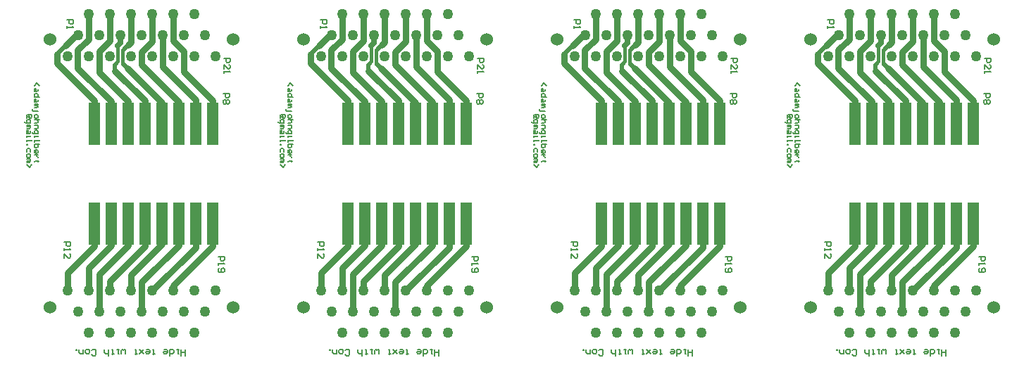
<source format=gtl>
%FSLAX24Y24*%
%MOIN*%
G70*
G01*
G75*
G04 Layer_Physical_Order=1*
G04 Layer_Color=255*
%ADD10R,0.0550X0.2000*%
%ADD11C,0.0300*%
%ADD12C,0.0050*%
%ADD13C,0.0200*%
%ADD14C,0.0150*%
%ADD15C,0.0250*%
%ADD16C,0.0600*%
%ADD17C,0.0500*%
D10*
X59260Y27840D02*
D03*
X60060D02*
D03*
X60860D02*
D03*
X61660D02*
D03*
X62460D02*
D03*
X63260D02*
D03*
X64060D02*
D03*
X64860D02*
D03*
X47260D02*
D03*
X48060D02*
D03*
X48860D02*
D03*
X49660D02*
D03*
X50460D02*
D03*
X51260D02*
D03*
X52060D02*
D03*
X52860D02*
D03*
X35260D02*
D03*
X36060D02*
D03*
X36860D02*
D03*
X37660D02*
D03*
X38460D02*
D03*
X39260D02*
D03*
X40060D02*
D03*
X40860D02*
D03*
X23260D02*
D03*
X24060D02*
D03*
X24860D02*
D03*
X25660D02*
D03*
X26460D02*
D03*
X27260D02*
D03*
X28060D02*
D03*
X28860D02*
D03*
X26460Y32580D02*
D03*
X27260D02*
D03*
X28060D02*
D03*
X28860D02*
D03*
X25660D02*
D03*
X24860D02*
D03*
X24060D02*
D03*
X23260D02*
D03*
X38460D02*
D03*
X39260D02*
D03*
X40060D02*
D03*
X40860D02*
D03*
X37660D02*
D03*
X36860D02*
D03*
X36060D02*
D03*
X35260D02*
D03*
X50460D02*
D03*
X51260D02*
D03*
X52060D02*
D03*
X52860D02*
D03*
X49660D02*
D03*
X48860D02*
D03*
X48060D02*
D03*
X47260D02*
D03*
X62460D02*
D03*
X63260D02*
D03*
X64060D02*
D03*
X64860D02*
D03*
X61660D02*
D03*
X60860D02*
D03*
X60060D02*
D03*
X59260D02*
D03*
D11*
Y26760D02*
Y27670D01*
X58000Y25500D02*
X59260Y26760D01*
X58000Y24650D02*
Y25500D01*
X61500Y23650D02*
Y25050D01*
X63260Y26810D02*
Y27670D01*
X61500Y25050D02*
X63260Y26810D01*
X59000Y24650D02*
Y25730D01*
X60060Y26790D01*
Y27670D01*
X59500Y23650D02*
Y25430D01*
X60860Y26790D01*
Y27670D01*
X60000Y24650D02*
Y25100D01*
X61660Y26760D01*
Y27670D01*
X61000Y25400D02*
X62460Y26860D01*
Y27670D01*
X64060Y26710D02*
Y27670D01*
X62000Y24650D02*
X64060Y26710D01*
X63000Y24650D02*
Y24900D01*
X64860Y26760D01*
Y27670D01*
X61000Y24650D02*
Y25400D01*
X47260Y26760D02*
Y27670D01*
X46000Y25500D02*
X47260Y26760D01*
X46000Y24650D02*
Y25500D01*
X49500Y23650D02*
Y25050D01*
X51260Y26810D02*
Y27670D01*
X49500Y25050D02*
X51260Y26810D01*
X47000Y24650D02*
Y25730D01*
X48060Y26790D01*
Y27670D01*
X47500Y23650D02*
Y25430D01*
X48860Y26790D01*
Y27670D01*
X48000Y24650D02*
Y25100D01*
X49660Y26760D01*
Y27670D01*
X49000Y25400D02*
X50460Y26860D01*
Y27670D01*
X52060Y26710D02*
Y27670D01*
X50000Y24650D02*
X52060Y26710D01*
X51000Y24650D02*
Y24900D01*
X52860Y26760D01*
Y27670D01*
X49000Y24650D02*
Y25400D01*
X35260Y26760D02*
Y27670D01*
X34000Y25500D02*
X35260Y26760D01*
X34000Y24650D02*
Y25500D01*
X37500Y23650D02*
Y25050D01*
X39260Y26810D02*
Y27670D01*
X37500Y25050D02*
X39260Y26810D01*
X35000Y24650D02*
Y25730D01*
X36060Y26790D01*
Y27670D01*
X35500Y23650D02*
Y25430D01*
X36860Y26790D01*
Y27670D01*
X36000Y24650D02*
Y25100D01*
X37660Y26760D01*
Y27670D01*
X37000Y25400D02*
X38460Y26860D01*
Y27670D01*
X40060Y26710D02*
Y27670D01*
X38000Y24650D02*
X40060Y26710D01*
X39000Y24650D02*
Y24900D01*
X40860Y26760D01*
Y27670D01*
X37000Y24650D02*
Y25400D01*
X23260Y26760D02*
Y27670D01*
X22000Y25500D02*
X23260Y26760D01*
X22000Y24650D02*
Y25500D01*
X25500Y23650D02*
Y25050D01*
X27260Y26810D02*
Y27670D01*
X25500Y25050D02*
X27260Y26810D01*
X23000Y24650D02*
Y25730D01*
X24060Y26790D01*
Y27670D01*
X23500Y23650D02*
Y25430D01*
X24860Y26790D01*
Y27670D01*
X24000Y24650D02*
Y25100D01*
X25660Y26760D01*
Y27670D01*
X25000Y25400D02*
X26460Y26860D01*
Y27670D01*
X28060Y26710D02*
Y27670D01*
X26000Y24650D02*
X28060Y26710D01*
X27000Y24650D02*
Y24900D01*
X28860Y26760D01*
Y27670D01*
X25000Y24650D02*
Y25400D01*
X21500Y35420D02*
X23260Y33660D01*
X21500Y35870D02*
Y35420D01*
X22490Y36070D02*
Y35200D01*
X23000Y36580D02*
X22490Y36070D01*
X23000Y37770D02*
Y36580D01*
X22400Y36770D02*
X21911Y36281D01*
X24000Y36510D02*
X23500Y36010D01*
X26000Y36480D02*
X25500Y35980D01*
X27000Y36500D02*
X27500Y36000D01*
X27000Y37770D02*
Y36500D01*
X23260Y32760D02*
X23270Y32750D01*
X23260Y33660D02*
Y32760D01*
X26000Y37770D02*
Y36480D01*
X24000Y37770D02*
Y36510D01*
X25660Y32760D02*
X25670Y32750D01*
X28860Y32760D02*
X28870Y32750D01*
X25000Y37770D02*
Y36430D01*
X24880Y36310D01*
X22490Y35200D02*
X24060Y33630D01*
Y32760D01*
X24870Y33620D02*
Y32750D01*
X27500Y36000D02*
Y35020D01*
X28860Y33660D01*
Y32760D01*
X26500Y36770D02*
Y35270D01*
X28070Y33700D01*
Y32750D01*
X25660Y33660D02*
Y32760D01*
X26470Y33550D02*
Y32750D01*
X27270Y33600D02*
Y32750D01*
X23500Y36010D02*
Y34990D01*
X24870Y33620D01*
X25500Y35980D02*
Y35370D01*
X27270Y33600D01*
X24830Y35190D02*
X26470Y33550D01*
X24240Y35080D02*
X25660Y33660D01*
X33500Y35420D02*
X35260Y33660D01*
X33500Y35870D02*
Y35420D01*
X34490Y36070D02*
Y35200D01*
X35000Y36580D02*
X34490Y36070D01*
X35000Y37770D02*
Y36580D01*
X34400Y36770D02*
X33911Y36281D01*
X36000Y36510D02*
X35500Y36010D01*
X38000Y36480D02*
X37500Y35980D01*
X39000Y36500D02*
X39500Y36000D01*
X39000Y37770D02*
Y36500D01*
X35260Y32760D02*
X35270Y32750D01*
X35260Y33660D02*
Y32760D01*
X38000Y37770D02*
Y36480D01*
X36000Y37770D02*
Y36510D01*
X37660Y32760D02*
X37670Y32750D01*
X40860Y32760D02*
X40870Y32750D01*
X37000Y37770D02*
Y36430D01*
X36880Y36310D01*
X34490Y35200D02*
X36060Y33630D01*
Y32760D01*
X36870Y33620D02*
Y32750D01*
X39500Y36000D02*
Y35020D01*
X40860Y33660D01*
Y32760D01*
X38500Y36770D02*
Y35270D01*
X40070Y33700D01*
Y32750D01*
X37660Y33660D02*
Y32760D01*
X38470Y33550D02*
Y32750D01*
X39270Y33600D02*
Y32750D01*
X35500Y36010D02*
Y34990D01*
X36870Y33620D01*
X37500Y35980D02*
Y35370D01*
X39270Y33600D01*
X36830Y35190D02*
X38470Y33550D01*
X36240Y35080D02*
X37660Y33660D01*
X45500Y35420D02*
X47260Y33660D01*
X45500Y35870D02*
Y35420D01*
X46490Y36070D02*
Y35200D01*
X47000Y36580D02*
X46490Y36070D01*
X47000Y37770D02*
Y36580D01*
X46400Y36770D02*
X45911Y36281D01*
X48000Y36510D02*
X47500Y36010D01*
X50000Y36480D02*
X49500Y35980D01*
X51000Y36500D02*
X51500Y36000D01*
X51000Y37770D02*
Y36500D01*
X47260Y32760D02*
X47270Y32750D01*
X47260Y33660D02*
Y32760D01*
X50000Y37770D02*
Y36480D01*
X48000Y37770D02*
Y36510D01*
X49660Y32760D02*
X49670Y32750D01*
X52860Y32760D02*
X52870Y32750D01*
X49000Y37770D02*
Y36430D01*
X48880Y36310D01*
X46490Y35200D02*
X48060Y33630D01*
Y32760D01*
X48870Y33620D02*
Y32750D01*
X51500Y36000D02*
Y35020D01*
X52860Y33660D01*
Y32760D01*
X50500Y36770D02*
Y35270D01*
X52070Y33700D01*
Y32750D01*
X49660Y33660D02*
Y32760D01*
X50470Y33550D02*
Y32750D01*
X51270Y33600D02*
Y32750D01*
X47500Y36010D02*
Y34990D01*
X48870Y33620D01*
X49500Y35980D02*
Y35370D01*
X51270Y33600D01*
X48830Y35190D02*
X50470Y33550D01*
X48240Y35080D02*
X49660Y33660D01*
X57500Y35420D02*
X59260Y33660D01*
X57500Y35870D02*
Y35420D01*
X58490Y36070D02*
Y35200D01*
X59000Y36580D02*
X58490Y36070D01*
X59000Y37770D02*
Y36580D01*
X58400Y36770D02*
X57911Y36281D01*
X60000Y36510D02*
X59500Y36010D01*
X62000Y36480D02*
X61500Y35980D01*
X63000Y36500D02*
X63500Y36000D01*
X63000Y37770D02*
Y36500D01*
X59260Y32760D02*
X59270Y32750D01*
X59260Y33660D02*
Y32760D01*
X62000Y37770D02*
Y36480D01*
X60000Y37770D02*
Y36510D01*
X61660Y32760D02*
X61670Y32750D01*
X64860Y32760D02*
X64870Y32750D01*
X61000Y37770D02*
Y36430D01*
X60880Y36310D01*
X58490Y35200D02*
X60060Y33630D01*
Y32760D01*
X60870Y33620D02*
Y32750D01*
X63500Y36000D02*
Y35020D01*
X64860Y33660D01*
Y32760D01*
X62500Y36770D02*
Y35270D01*
X64070Y33700D01*
Y32750D01*
X61660Y33660D02*
Y32760D01*
X62470Y33550D02*
Y32750D01*
X63270Y33600D02*
Y32750D01*
X59500Y36010D02*
Y34990D01*
X60870Y33620D01*
X61500Y35980D02*
Y35370D01*
X63270Y33600D01*
X60830Y35190D02*
X62470Y33550D01*
X60240Y35080D02*
X61660Y33660D01*
D12*
X65140Y26280D02*
X65440D01*
Y26130D01*
X65390Y26080D01*
X65290D01*
X65240Y26130D01*
Y26280D01*
X65140Y25980D02*
Y25880D01*
Y25930D01*
X65440D01*
X65390Y25980D01*
X65190Y25730D02*
X65140Y25680D01*
Y25580D01*
X65190Y25530D01*
X65390D01*
X65440Y25580D01*
Y25680D01*
X65390Y25730D01*
X65340D01*
X65290Y25680D01*
Y25530D01*
X57850Y26960D02*
X58150D01*
Y26810D01*
X58100Y26760D01*
X58000D01*
X57950Y26810D01*
Y26960D01*
X57850Y26660D02*
Y26560D01*
Y26610D01*
X58150D01*
X58100Y26660D01*
X57850Y26210D02*
Y26410D01*
X58050Y26210D01*
X58100D01*
X58150Y26260D01*
Y26360D01*
X58100Y26410D01*
X63590Y21570D02*
Y21870D01*
Y21720D01*
X63390D01*
Y21570D01*
Y21870D01*
X63290D02*
X63190D01*
X63240D01*
Y21670D01*
X63290D01*
X62840Y21570D02*
Y21870D01*
X62990D01*
X63040Y21820D01*
Y21720D01*
X62990Y21670D01*
X62840D01*
X62590Y21870D02*
X62690D01*
X62740Y21820D01*
Y21720D01*
X62690Y21670D01*
X62590D01*
X62540Y21720D01*
Y21770D01*
X62740D01*
X62090Y21620D02*
Y21670D01*
X62140D01*
X62041D01*
X62090D01*
Y21820D01*
X62041Y21870D01*
X61741D02*
X61841D01*
X61891Y21820D01*
Y21720D01*
X61841Y21670D01*
X61741D01*
X61691Y21720D01*
Y21770D01*
X61891D01*
X61591Y21670D02*
X61391Y21870D01*
X61491Y21770D01*
X61391Y21670D01*
X61591Y21870D01*
X61241Y21620D02*
Y21670D01*
X61291D01*
X61191D01*
X61241D01*
Y21820D01*
X61191Y21870D01*
X60741Y21670D02*
Y21820D01*
X60691Y21870D01*
X60641Y21820D01*
X60591Y21870D01*
X60541Y21820D01*
Y21670D01*
X60441Y21870D02*
X60341D01*
X60391D01*
Y21670D01*
X60441D01*
X60141Y21620D02*
Y21670D01*
X60191D01*
X60091D01*
X60141D01*
Y21820D01*
X60091Y21870D01*
X59941Y21570D02*
Y21870D01*
Y21720D01*
X59891Y21670D01*
X59791D01*
X59741Y21720D01*
Y21870D01*
X59141Y21620D02*
X59191Y21570D01*
X59291D01*
X59341Y21620D01*
Y21820D01*
X59291Y21870D01*
X59191D01*
X59141Y21820D01*
X58991Y21870D02*
X58892D01*
X58842Y21820D01*
Y21720D01*
X58892Y21670D01*
X58991D01*
X59041Y21720D01*
Y21820D01*
X58991Y21870D01*
X58742D02*
Y21670D01*
X58592D01*
X58542Y21720D01*
Y21870D01*
X58442D02*
Y21820D01*
X58392D01*
Y21870D01*
X58442D01*
X53140Y26280D02*
X53440D01*
Y26130D01*
X53390Y26080D01*
X53290D01*
X53240Y26130D01*
Y26280D01*
X53140Y25980D02*
Y25880D01*
Y25930D01*
X53440D01*
X53390Y25980D01*
X53190Y25730D02*
X53140Y25680D01*
Y25580D01*
X53190Y25530D01*
X53390D01*
X53440Y25580D01*
Y25680D01*
X53390Y25730D01*
X53340D01*
X53290Y25680D01*
Y25530D01*
X45850Y26960D02*
X46150D01*
Y26810D01*
X46100Y26760D01*
X46000D01*
X45950Y26810D01*
Y26960D01*
X45850Y26660D02*
Y26560D01*
Y26610D01*
X46150D01*
X46100Y26660D01*
X45850Y26210D02*
Y26410D01*
X46050Y26210D01*
X46100D01*
X46150Y26260D01*
Y26360D01*
X46100Y26410D01*
X51590Y21570D02*
Y21870D01*
Y21720D01*
X51390D01*
Y21570D01*
Y21870D01*
X51290D02*
X51190D01*
X51240D01*
Y21670D01*
X51290D01*
X50840Y21570D02*
Y21870D01*
X50990D01*
X51040Y21820D01*
Y21720D01*
X50990Y21670D01*
X50840D01*
X50590Y21870D02*
X50690D01*
X50740Y21820D01*
Y21720D01*
X50690Y21670D01*
X50590D01*
X50540Y21720D01*
Y21770D01*
X50740D01*
X50090Y21620D02*
Y21670D01*
X50140D01*
X50040D01*
X50090D01*
Y21820D01*
X50040Y21870D01*
X49741D02*
X49841D01*
X49891Y21820D01*
Y21720D01*
X49841Y21670D01*
X49741D01*
X49691Y21720D01*
Y21770D01*
X49891D01*
X49591Y21670D02*
X49391Y21870D01*
X49491Y21770D01*
X49391Y21670D01*
X49591Y21870D01*
X49241Y21620D02*
Y21670D01*
X49291D01*
X49191D01*
X49241D01*
Y21820D01*
X49191Y21870D01*
X48741Y21670D02*
Y21820D01*
X48691Y21870D01*
X48641Y21820D01*
X48591Y21870D01*
X48541Y21820D01*
Y21670D01*
X48441Y21870D02*
X48341D01*
X48391D01*
Y21670D01*
X48441D01*
X48141Y21620D02*
Y21670D01*
X48191D01*
X48091D01*
X48141D01*
Y21820D01*
X48091Y21870D01*
X47941Y21570D02*
Y21870D01*
Y21720D01*
X47891Y21670D01*
X47791D01*
X47741Y21720D01*
Y21870D01*
X47141Y21620D02*
X47191Y21570D01*
X47291D01*
X47341Y21620D01*
Y21820D01*
X47291Y21870D01*
X47191D01*
X47141Y21820D01*
X46991Y21870D02*
X46892D01*
X46842Y21820D01*
Y21720D01*
X46892Y21670D01*
X46991D01*
X47041Y21720D01*
Y21820D01*
X46991Y21870D01*
X46742D02*
Y21670D01*
X46592D01*
X46542Y21720D01*
Y21870D01*
X46442D02*
Y21820D01*
X46392D01*
Y21870D01*
X46442D01*
X41140Y26280D02*
X41440D01*
Y26130D01*
X41390Y26080D01*
X41290D01*
X41240Y26130D01*
Y26280D01*
X41140Y25980D02*
Y25880D01*
Y25930D01*
X41440D01*
X41390Y25980D01*
X41190Y25730D02*
X41140Y25680D01*
Y25580D01*
X41190Y25530D01*
X41390D01*
X41440Y25580D01*
Y25680D01*
X41390Y25730D01*
X41340D01*
X41290Y25680D01*
Y25530D01*
X33850Y26960D02*
X34150D01*
Y26810D01*
X34100Y26760D01*
X34000D01*
X33950Y26810D01*
Y26960D01*
X33850Y26660D02*
Y26560D01*
Y26610D01*
X34150D01*
X34100Y26660D01*
X33850Y26210D02*
Y26410D01*
X34050Y26210D01*
X34100D01*
X34150Y26260D01*
Y26360D01*
X34100Y26410D01*
X39590Y21570D02*
Y21870D01*
Y21720D01*
X39390D01*
Y21570D01*
Y21870D01*
X39290D02*
X39190D01*
X39240D01*
Y21670D01*
X39290D01*
X38840Y21570D02*
Y21870D01*
X38990D01*
X39040Y21820D01*
Y21720D01*
X38990Y21670D01*
X38840D01*
X38590Y21870D02*
X38690D01*
X38740Y21820D01*
Y21720D01*
X38690Y21670D01*
X38590D01*
X38540Y21720D01*
Y21770D01*
X38740D01*
X38090Y21620D02*
Y21670D01*
X38140D01*
X38040D01*
X38090D01*
Y21820D01*
X38040Y21870D01*
X37741D02*
X37841D01*
X37891Y21820D01*
Y21720D01*
X37841Y21670D01*
X37741D01*
X37691Y21720D01*
Y21770D01*
X37891D01*
X37591Y21670D02*
X37391Y21870D01*
X37491Y21770D01*
X37391Y21670D01*
X37591Y21870D01*
X37241Y21620D02*
Y21670D01*
X37291D01*
X37191D01*
X37241D01*
Y21820D01*
X37191Y21870D01*
X36741Y21670D02*
Y21820D01*
X36691Y21870D01*
X36641Y21820D01*
X36591Y21870D01*
X36541Y21820D01*
Y21670D01*
X36441Y21870D02*
X36341D01*
X36391D01*
Y21670D01*
X36441D01*
X36141Y21620D02*
Y21670D01*
X36191D01*
X36091D01*
X36141D01*
Y21820D01*
X36091Y21870D01*
X35941Y21570D02*
Y21870D01*
Y21720D01*
X35891Y21670D01*
X35791D01*
X35741Y21720D01*
Y21870D01*
X35141Y21620D02*
X35191Y21570D01*
X35291D01*
X35341Y21620D01*
Y21820D01*
X35291Y21870D01*
X35191D01*
X35141Y21820D01*
X34991Y21870D02*
X34892D01*
X34842Y21820D01*
Y21720D01*
X34892Y21670D01*
X34991D01*
X35041Y21720D01*
Y21820D01*
X34991Y21870D01*
X34742D02*
Y21670D01*
X34592D01*
X34542Y21720D01*
Y21870D01*
X34442D02*
Y21820D01*
X34392D01*
Y21870D01*
X34442D01*
X29140Y26280D02*
X29440D01*
Y26130D01*
X29390Y26080D01*
X29290D01*
X29240Y26130D01*
Y26280D01*
X29140Y25980D02*
Y25880D01*
Y25930D01*
X29440D01*
X29390Y25980D01*
X29190Y25730D02*
X29140Y25680D01*
Y25580D01*
X29190Y25530D01*
X29390D01*
X29440Y25580D01*
Y25680D01*
X29390Y25730D01*
X29340D01*
X29290Y25680D01*
Y25530D01*
X21850Y26960D02*
X22150D01*
Y26810D01*
X22100Y26760D01*
X22000D01*
X21950Y26810D01*
Y26960D01*
X21850Y26660D02*
Y26560D01*
Y26610D01*
X22150D01*
X22100Y26660D01*
X21850Y26210D02*
Y26410D01*
X22050Y26210D01*
X22100D01*
X22150Y26260D01*
Y26360D01*
X22100Y26410D01*
X27590Y21570D02*
Y21870D01*
Y21720D01*
X27390D01*
Y21570D01*
Y21870D01*
X27290D02*
X27190D01*
X27240D01*
Y21670D01*
X27290D01*
X26840Y21570D02*
Y21870D01*
X26990D01*
X27040Y21820D01*
Y21720D01*
X26990Y21670D01*
X26840D01*
X26590Y21870D02*
X26690D01*
X26740Y21820D01*
Y21720D01*
X26690Y21670D01*
X26590D01*
X26540Y21720D01*
Y21770D01*
X26740D01*
X26090Y21620D02*
Y21670D01*
X26140D01*
X26040D01*
X26090D01*
Y21820D01*
X26040Y21870D01*
X25741D02*
X25841D01*
X25891Y21820D01*
Y21720D01*
X25841Y21670D01*
X25741D01*
X25691Y21720D01*
Y21770D01*
X25891D01*
X25591Y21670D02*
X25391Y21870D01*
X25491Y21770D01*
X25391Y21670D01*
X25591Y21870D01*
X25241Y21620D02*
Y21670D01*
X25291D01*
X25191D01*
X25241D01*
Y21820D01*
X25191Y21870D01*
X24741Y21670D02*
Y21820D01*
X24691Y21870D01*
X24641Y21820D01*
X24591Y21870D01*
X24541Y21820D01*
Y21670D01*
X24441Y21870D02*
X24341D01*
X24391D01*
Y21670D01*
X24441D01*
X24141Y21620D02*
Y21670D01*
X24191D01*
X24091D01*
X24141D01*
Y21820D01*
X24091Y21870D01*
X23941Y21570D02*
Y21870D01*
Y21720D01*
X23891Y21670D01*
X23791D01*
X23741Y21720D01*
Y21870D01*
X23141Y21620D02*
X23191Y21570D01*
X23291D01*
X23341Y21620D01*
Y21820D01*
X23291Y21870D01*
X23191D01*
X23141Y21820D01*
X22991Y21870D02*
X22892D01*
X22842Y21820D01*
Y21720D01*
X22892Y21670D01*
X22991D01*
X23041Y21720D01*
Y21820D01*
X22991Y21870D01*
X22742D02*
Y21670D01*
X22592D01*
X22542Y21720D01*
Y21870D01*
X22442D02*
Y21820D01*
X22392D01*
Y21870D01*
X22442D01*
X29370Y34010D02*
X29670D01*
Y33860D01*
X29620Y33810D01*
X29520D01*
X29470Y33860D01*
Y34010D01*
X29620Y33710D02*
X29670Y33660D01*
Y33560D01*
X29620Y33510D01*
X29570D01*
X29520Y33560D01*
X29470Y33510D01*
X29420D01*
X29370Y33560D01*
Y33660D01*
X29420Y33710D01*
X29470D01*
X29520Y33660D01*
X29570Y33710D01*
X29620D01*
X29520Y33660D02*
Y33560D01*
X29400Y35680D02*
X29700D01*
Y35530D01*
X29650Y35480D01*
X29550D01*
X29500Y35530D01*
Y35680D01*
X29400Y35180D02*
Y35380D01*
X29600Y35180D01*
X29650D01*
X29700Y35230D01*
Y35330D01*
X29650Y35380D01*
X29400Y35080D02*
Y34980D01*
Y35030D01*
X29700D01*
X29650Y35080D01*
X21990Y37490D02*
X22290D01*
Y37340D01*
X22240Y37290D01*
X22140D01*
X22090Y37340D01*
Y37490D01*
X21990Y37190D02*
Y37090D01*
Y37140D01*
X22290D01*
X22240Y37190D01*
X20430Y34375D02*
X20555Y34500D01*
X20680Y34375D01*
X20597Y34208D02*
Y34125D01*
X20555Y34083D01*
X20430D01*
Y34208D01*
X20472Y34250D01*
X20513Y34208D01*
Y34083D01*
X20680Y33834D02*
X20430D01*
Y33959D01*
X20472Y34000D01*
X20555D01*
X20597Y33959D01*
Y33834D01*
Y33709D02*
Y33625D01*
X20555Y33584D01*
X20430D01*
Y33709D01*
X20472Y33750D01*
X20513Y33709D01*
Y33584D01*
X20430Y33500D02*
X20597D01*
Y33459D01*
X20555Y33417D01*
X20430D01*
X20555D01*
X20597Y33375D01*
X20555Y33334D01*
X20430D01*
X20347Y33250D02*
Y33209D01*
X20388Y33167D01*
X20597D01*
X20430Y32959D02*
Y32876D01*
X20472Y32834D01*
X20555D01*
X20597Y32876D01*
Y32959D01*
X20555Y33000D01*
X20472D01*
X20430Y32959D01*
X20680Y32751D02*
X20430D01*
X20555D01*
X20597Y32709D01*
Y32626D01*
X20555Y32584D01*
X20430D01*
Y32501D02*
X20597D01*
Y32376D01*
X20555Y32334D01*
X20430D01*
X20347Y32167D02*
Y32126D01*
X20388Y32084D01*
X20597D01*
Y32209D01*
X20555Y32251D01*
X20472D01*
X20430Y32209D01*
Y32084D01*
Y32001D02*
Y31918D01*
Y31959D01*
X20597D01*
Y32001D01*
X20430Y31793D02*
Y31709D01*
Y31751D01*
X20680D01*
Y31793D01*
Y31584D02*
X20430D01*
Y31459D01*
X20472Y31418D01*
X20513D01*
X20555D01*
X20597Y31459D01*
Y31584D01*
X20430Y31209D02*
Y31293D01*
X20472Y31334D01*
X20555D01*
X20597Y31293D01*
Y31209D01*
X20555Y31168D01*
X20513D01*
Y31334D01*
X20597Y31084D02*
X20430D01*
X20513D01*
X20555Y31043D01*
X20597Y31001D01*
Y30959D01*
X20638Y30793D02*
X20597D01*
Y30835D01*
Y30751D01*
Y30793D01*
X20472D01*
X20430Y30751D01*
X20153Y32885D02*
X20195D01*
Y32927D01*
X20153D01*
Y32885D01*
X20195Y32843D01*
X20278D01*
X20320Y32885D01*
Y32968D01*
X20278Y33010D01*
X20112D01*
X20070Y32968D01*
Y32843D01*
X19987Y32677D02*
Y32635D01*
X20028Y32593D01*
X20237D01*
Y32718D01*
X20195Y32760D01*
X20112D01*
X20070Y32718D01*
Y32593D01*
Y32510D02*
X20237D01*
Y32469D01*
X20195Y32427D01*
X20070D01*
X20195D01*
X20237Y32385D01*
X20195Y32344D01*
X20070D01*
X20237Y32219D02*
Y32135D01*
X20195Y32094D01*
X20070D01*
Y32219D01*
X20112Y32260D01*
X20153Y32219D01*
Y32094D01*
X20070Y32010D02*
Y31927D01*
Y31969D01*
X20237D01*
Y32010D01*
X20070Y31802D02*
Y31719D01*
Y31760D01*
X20320D01*
Y31802D01*
X20070Y31594D02*
X20112D01*
Y31552D01*
X20070D01*
Y31594D01*
X20237Y31219D02*
Y31344D01*
X20195Y31386D01*
X20112D01*
X20070Y31344D01*
Y31219D01*
Y31094D02*
Y31011D01*
X20112Y30969D01*
X20195D01*
X20237Y31011D01*
Y31094D01*
X20195Y31136D01*
X20112D01*
X20070Y31094D01*
Y30886D02*
X20237D01*
Y30844D01*
X20195Y30802D01*
X20070D01*
X20195D01*
X20237Y30761D01*
X20195Y30719D01*
X20070D01*
Y30636D02*
X20195Y30511D01*
X20320Y30636D01*
X41370Y34010D02*
X41670D01*
Y33860D01*
X41620Y33810D01*
X41520D01*
X41470Y33860D01*
Y34010D01*
X41620Y33710D02*
X41670Y33660D01*
Y33560D01*
X41620Y33510D01*
X41570D01*
X41520Y33560D01*
X41470Y33510D01*
X41420D01*
X41370Y33560D01*
Y33660D01*
X41420Y33710D01*
X41470D01*
X41520Y33660D01*
X41570Y33710D01*
X41620D01*
X41520Y33660D02*
Y33560D01*
X41400Y35680D02*
X41700D01*
Y35530D01*
X41650Y35480D01*
X41550D01*
X41500Y35530D01*
Y35680D01*
X41400Y35180D02*
Y35380D01*
X41600Y35180D01*
X41650D01*
X41700Y35230D01*
Y35330D01*
X41650Y35380D01*
X41400Y35080D02*
Y34980D01*
Y35030D01*
X41700D01*
X41650Y35080D01*
X33990Y37490D02*
X34290D01*
Y37340D01*
X34240Y37290D01*
X34140D01*
X34090Y37340D01*
Y37490D01*
X33990Y37190D02*
Y37090D01*
Y37140D01*
X34290D01*
X34240Y37190D01*
X32430Y34375D02*
X32555Y34500D01*
X32680Y34375D01*
X32597Y34208D02*
Y34125D01*
X32555Y34083D01*
X32430D01*
Y34208D01*
X32472Y34250D01*
X32513Y34208D01*
Y34083D01*
X32680Y33834D02*
X32430D01*
Y33959D01*
X32472Y34000D01*
X32555D01*
X32597Y33959D01*
Y33834D01*
Y33709D02*
Y33625D01*
X32555Y33584D01*
X32430D01*
Y33709D01*
X32472Y33750D01*
X32513Y33709D01*
Y33584D01*
X32430Y33500D02*
X32597D01*
Y33459D01*
X32555Y33417D01*
X32430D01*
X32555D01*
X32597Y33375D01*
X32555Y33334D01*
X32430D01*
X32347Y33250D02*
Y33209D01*
X32388Y33167D01*
X32597D01*
X32430Y32959D02*
Y32876D01*
X32472Y32834D01*
X32555D01*
X32597Y32876D01*
Y32959D01*
X32555Y33000D01*
X32472D01*
X32430Y32959D01*
X32680Y32751D02*
X32430D01*
X32555D01*
X32597Y32709D01*
Y32626D01*
X32555Y32584D01*
X32430D01*
Y32501D02*
X32597D01*
Y32376D01*
X32555Y32334D01*
X32430D01*
X32347Y32167D02*
Y32126D01*
X32388Y32084D01*
X32597D01*
Y32209D01*
X32555Y32251D01*
X32472D01*
X32430Y32209D01*
Y32084D01*
Y32001D02*
Y31918D01*
Y31959D01*
X32597D01*
Y32001D01*
X32430Y31793D02*
Y31709D01*
Y31751D01*
X32680D01*
Y31793D01*
Y31584D02*
X32430D01*
Y31459D01*
X32472Y31418D01*
X32513D01*
X32555D01*
X32597Y31459D01*
Y31584D01*
X32430Y31209D02*
Y31293D01*
X32472Y31334D01*
X32555D01*
X32597Y31293D01*
Y31209D01*
X32555Y31168D01*
X32513D01*
Y31334D01*
X32597Y31084D02*
X32430D01*
X32513D01*
X32555Y31043D01*
X32597Y31001D01*
Y30959D01*
X32638Y30793D02*
X32597D01*
Y30835D01*
Y30751D01*
Y30793D01*
X32472D01*
X32430Y30751D01*
X32153Y32885D02*
X32195D01*
Y32927D01*
X32153D01*
Y32885D01*
X32195Y32843D01*
X32278D01*
X32320Y32885D01*
Y32968D01*
X32278Y33010D01*
X32112D01*
X32070Y32968D01*
Y32843D01*
X31987Y32677D02*
Y32635D01*
X32028Y32593D01*
X32237D01*
Y32718D01*
X32195Y32760D01*
X32112D01*
X32070Y32718D01*
Y32593D01*
Y32510D02*
X32237D01*
Y32469D01*
X32195Y32427D01*
X32070D01*
X32195D01*
X32237Y32385D01*
X32195Y32344D01*
X32070D01*
X32237Y32219D02*
Y32135D01*
X32195Y32094D01*
X32070D01*
Y32219D01*
X32112Y32260D01*
X32153Y32219D01*
Y32094D01*
X32070Y32010D02*
Y31927D01*
Y31969D01*
X32237D01*
Y32010D01*
X32070Y31802D02*
Y31719D01*
Y31760D01*
X32320D01*
Y31802D01*
X32070Y31594D02*
X32112D01*
Y31552D01*
X32070D01*
Y31594D01*
X32237Y31219D02*
Y31344D01*
X32195Y31386D01*
X32112D01*
X32070Y31344D01*
Y31219D01*
Y31094D02*
Y31011D01*
X32112Y30969D01*
X32195D01*
X32237Y31011D01*
Y31094D01*
X32195Y31136D01*
X32112D01*
X32070Y31094D01*
Y30886D02*
X32237D01*
Y30844D01*
X32195Y30802D01*
X32070D01*
X32195D01*
X32237Y30761D01*
X32195Y30719D01*
X32070D01*
Y30636D02*
X32195Y30511D01*
X32320Y30636D01*
X53370Y34010D02*
X53670D01*
Y33860D01*
X53620Y33810D01*
X53520D01*
X53470Y33860D01*
Y34010D01*
X53620Y33710D02*
X53670Y33660D01*
Y33560D01*
X53620Y33510D01*
X53570D01*
X53520Y33560D01*
X53470Y33510D01*
X53420D01*
X53370Y33560D01*
Y33660D01*
X53420Y33710D01*
X53470D01*
X53520Y33660D01*
X53570Y33710D01*
X53620D01*
X53520Y33660D02*
Y33560D01*
X53400Y35680D02*
X53700D01*
Y35530D01*
X53650Y35480D01*
X53550D01*
X53500Y35530D01*
Y35680D01*
X53400Y35180D02*
Y35380D01*
X53600Y35180D01*
X53650D01*
X53700Y35230D01*
Y35330D01*
X53650Y35380D01*
X53400Y35080D02*
Y34980D01*
Y35030D01*
X53700D01*
X53650Y35080D01*
X45990Y37490D02*
X46290D01*
Y37340D01*
X46240Y37290D01*
X46140D01*
X46090Y37340D01*
Y37490D01*
X45990Y37190D02*
Y37090D01*
Y37140D01*
X46290D01*
X46240Y37190D01*
X44430Y34375D02*
X44555Y34500D01*
X44680Y34375D01*
X44597Y34208D02*
Y34125D01*
X44555Y34083D01*
X44430D01*
Y34208D01*
X44472Y34250D01*
X44513Y34208D01*
Y34083D01*
X44680Y33834D02*
X44430D01*
Y33959D01*
X44472Y34000D01*
X44555D01*
X44597Y33959D01*
Y33834D01*
Y33709D02*
Y33625D01*
X44555Y33584D01*
X44430D01*
Y33709D01*
X44472Y33750D01*
X44513Y33709D01*
Y33584D01*
X44430Y33500D02*
X44597D01*
Y33459D01*
X44555Y33417D01*
X44430D01*
X44555D01*
X44597Y33375D01*
X44555Y33334D01*
X44430D01*
X44347Y33250D02*
Y33209D01*
X44388Y33167D01*
X44597D01*
X44430Y32959D02*
Y32876D01*
X44472Y32834D01*
X44555D01*
X44597Y32876D01*
Y32959D01*
X44555Y33000D01*
X44472D01*
X44430Y32959D01*
X44680Y32751D02*
X44430D01*
X44555D01*
X44597Y32709D01*
Y32626D01*
X44555Y32584D01*
X44430D01*
Y32501D02*
X44597D01*
Y32376D01*
X44555Y32334D01*
X44430D01*
X44347Y32167D02*
Y32126D01*
X44388Y32084D01*
X44597D01*
Y32209D01*
X44555Y32251D01*
X44472D01*
X44430Y32209D01*
Y32084D01*
Y32001D02*
Y31918D01*
Y31959D01*
X44597D01*
Y32001D01*
X44430Y31793D02*
Y31709D01*
Y31751D01*
X44680D01*
Y31793D01*
Y31584D02*
X44430D01*
Y31459D01*
X44472Y31418D01*
X44513D01*
X44555D01*
X44597Y31459D01*
Y31584D01*
X44430Y31209D02*
Y31293D01*
X44472Y31334D01*
X44555D01*
X44597Y31293D01*
Y31209D01*
X44555Y31168D01*
X44513D01*
Y31334D01*
X44597Y31084D02*
X44430D01*
X44513D01*
X44555Y31043D01*
X44597Y31001D01*
Y30959D01*
X44638Y30793D02*
X44597D01*
Y30835D01*
Y30751D01*
Y30793D01*
X44472D01*
X44430Y30751D01*
X44153Y32885D02*
X44195D01*
Y32927D01*
X44153D01*
Y32885D01*
X44195Y32843D01*
X44278D01*
X44320Y32885D01*
Y32968D01*
X44278Y33010D01*
X44112D01*
X44070Y32968D01*
Y32843D01*
X43987Y32677D02*
Y32635D01*
X44028Y32593D01*
X44237D01*
Y32718D01*
X44195Y32760D01*
X44112D01*
X44070Y32718D01*
Y32593D01*
Y32510D02*
X44237D01*
Y32469D01*
X44195Y32427D01*
X44070D01*
X44195D01*
X44237Y32385D01*
X44195Y32344D01*
X44070D01*
X44237Y32219D02*
Y32135D01*
X44195Y32094D01*
X44070D01*
Y32219D01*
X44112Y32260D01*
X44153Y32219D01*
Y32094D01*
X44070Y32010D02*
Y31927D01*
Y31969D01*
X44237D01*
Y32010D01*
X44070Y31802D02*
Y31719D01*
Y31760D01*
X44320D01*
Y31802D01*
X44070Y31594D02*
X44112D01*
Y31552D01*
X44070D01*
Y31594D01*
X44237Y31219D02*
Y31344D01*
X44195Y31386D01*
X44112D01*
X44070Y31344D01*
Y31219D01*
Y31094D02*
Y31011D01*
X44112Y30969D01*
X44195D01*
X44237Y31011D01*
Y31094D01*
X44195Y31136D01*
X44112D01*
X44070Y31094D01*
Y30886D02*
X44237D01*
Y30844D01*
X44195Y30802D01*
X44070D01*
X44195D01*
X44237Y30761D01*
X44195Y30719D01*
X44070D01*
Y30636D02*
X44195Y30511D01*
X44320Y30636D01*
X65370Y34010D02*
X65670D01*
Y33860D01*
X65620Y33810D01*
X65520D01*
X65470Y33860D01*
Y34010D01*
X65620Y33710D02*
X65670Y33660D01*
Y33560D01*
X65620Y33510D01*
X65570D01*
X65520Y33560D01*
X65470Y33510D01*
X65420D01*
X65370Y33560D01*
Y33660D01*
X65420Y33710D01*
X65470D01*
X65520Y33660D01*
X65570Y33710D01*
X65620D01*
X65520Y33660D02*
Y33560D01*
X65400Y35680D02*
X65700D01*
Y35530D01*
X65650Y35480D01*
X65550D01*
X65500Y35530D01*
Y35680D01*
X65400Y35180D02*
Y35380D01*
X65600Y35180D01*
X65650D01*
X65700Y35230D01*
Y35330D01*
X65650Y35380D01*
X65400Y35080D02*
Y34980D01*
Y35030D01*
X65700D01*
X65650Y35080D01*
X57990Y37490D02*
X58290D01*
Y37340D01*
X58240Y37290D01*
X58140D01*
X58090Y37340D01*
Y37490D01*
X57990Y37190D02*
Y37090D01*
Y37140D01*
X58290D01*
X58240Y37190D01*
X56430Y34375D02*
X56555Y34500D01*
X56680Y34375D01*
X56597Y34208D02*
Y34125D01*
X56555Y34083D01*
X56430D01*
Y34208D01*
X56472Y34250D01*
X56513Y34208D01*
Y34083D01*
X56680Y33834D02*
X56430D01*
Y33959D01*
X56472Y34000D01*
X56555D01*
X56597Y33959D01*
Y33834D01*
Y33709D02*
Y33625D01*
X56555Y33584D01*
X56430D01*
Y33709D01*
X56472Y33750D01*
X56513Y33709D01*
Y33584D01*
X56430Y33500D02*
X56597D01*
Y33459D01*
X56555Y33417D01*
X56430D01*
X56555D01*
X56597Y33375D01*
X56555Y33334D01*
X56430D01*
X56347Y33250D02*
Y33209D01*
X56388Y33167D01*
X56597D01*
X56430Y32959D02*
Y32876D01*
X56472Y32834D01*
X56555D01*
X56597Y32876D01*
Y32959D01*
X56555Y33000D01*
X56472D01*
X56430Y32959D01*
X56680Y32751D02*
X56430D01*
X56555D01*
X56597Y32709D01*
Y32626D01*
X56555Y32584D01*
X56430D01*
Y32501D02*
X56597D01*
Y32376D01*
X56555Y32334D01*
X56430D01*
X56347Y32167D02*
Y32126D01*
X56388Y32084D01*
X56597D01*
Y32209D01*
X56555Y32251D01*
X56472D01*
X56430Y32209D01*
Y32084D01*
Y32001D02*
Y31918D01*
Y31959D01*
X56597D01*
Y32001D01*
X56430Y31793D02*
Y31709D01*
Y31751D01*
X56680D01*
Y31793D01*
Y31584D02*
X56430D01*
Y31459D01*
X56472Y31418D01*
X56513D01*
X56555D01*
X56597Y31459D01*
Y31584D01*
X56430Y31209D02*
Y31293D01*
X56472Y31334D01*
X56555D01*
X56597Y31293D01*
Y31209D01*
X56555Y31168D01*
X56513D01*
Y31334D01*
X56597Y31084D02*
X56430D01*
X56513D01*
X56555Y31043D01*
X56597Y31001D01*
Y30959D01*
X56638Y30793D02*
X56597D01*
Y30835D01*
Y30751D01*
Y30793D01*
X56472D01*
X56430Y30751D01*
X56153Y32885D02*
X56195D01*
Y32927D01*
X56153D01*
Y32885D01*
X56195Y32843D01*
X56278D01*
X56320Y32885D01*
Y32968D01*
X56278Y33010D01*
X56112D01*
X56070Y32968D01*
Y32843D01*
X55987Y32677D02*
Y32635D01*
X56028Y32593D01*
X56237D01*
Y32718D01*
X56195Y32760D01*
X56112D01*
X56070Y32718D01*
Y32593D01*
Y32510D02*
X56237D01*
Y32469D01*
X56195Y32427D01*
X56070D01*
X56195D01*
X56237Y32385D01*
X56195Y32344D01*
X56070D01*
X56237Y32219D02*
Y32135D01*
X56195Y32094D01*
X56070D01*
Y32219D01*
X56112Y32260D01*
X56153Y32219D01*
Y32094D01*
X56070Y32010D02*
Y31927D01*
Y31969D01*
X56237D01*
Y32010D01*
X56070Y31802D02*
Y31719D01*
Y31760D01*
X56320D01*
Y31802D01*
X56070Y31594D02*
X56112D01*
Y31552D01*
X56070D01*
Y31594D01*
X56237Y31219D02*
Y31344D01*
X56195Y31386D01*
X56112D01*
X56070Y31344D01*
Y31219D01*
Y31094D02*
Y31011D01*
X56112Y30969D01*
X56195D01*
X56237Y31011D01*
Y31094D01*
X56195Y31136D01*
X56112D01*
X56070Y31094D01*
Y30886D02*
X56237D01*
Y30844D01*
X56195Y30802D01*
X56070D01*
X56195D01*
X56237Y30761D01*
X56195Y30719D01*
X56070D01*
Y30636D02*
X56195Y30511D01*
X56320Y30636D01*
D13*
X21911Y36281D02*
X21500Y35870D01*
X22400Y36770D02*
X22500D01*
X24240Y35370D02*
Y35080D01*
X24640Y35390D02*
X24830Y35200D01*
Y35190D01*
X24800Y36240D02*
X24660Y36100D01*
X24390Y36280D02*
Y36190D01*
X33911Y36281D02*
X33500Y35870D01*
X34400Y36770D02*
X34500D01*
X36240Y35370D02*
Y35080D01*
X36640Y35390D02*
X36830Y35200D01*
Y35190D01*
X36800Y36240D02*
X36660Y36100D01*
X36390Y36280D02*
Y36190D01*
X45911Y36281D02*
X45500Y35870D01*
X46400Y36770D02*
X46500D01*
X48240Y35370D02*
Y35080D01*
X48640Y35390D02*
X48830Y35200D01*
Y35190D01*
X48800Y36240D02*
X48660Y36100D01*
X48390Y36280D02*
Y36190D01*
X57911Y36281D02*
X57500Y35870D01*
X58400Y36770D02*
X58500D01*
X60240Y35370D02*
Y35080D01*
X60640Y35390D02*
X60830Y35200D01*
Y35190D01*
X60800Y36240D02*
X60660Y36100D01*
X60390Y36280D02*
Y36190D01*
D14*
X24615Y35415D02*
X24640Y35390D01*
X24390Y35520D02*
X24240Y35370D01*
X24390Y36190D02*
Y35520D01*
X24660Y36100D02*
X24615Y36055D01*
Y35415D01*
X36615D02*
X36640Y35390D01*
X36390Y35520D02*
X36240Y35370D01*
X36390Y36190D02*
Y35520D01*
X36660Y36100D02*
X36615Y36055D01*
Y35415D01*
X48615D02*
X48640Y35390D01*
X48390Y35520D02*
X48240Y35370D01*
X48390Y36190D02*
Y35520D01*
X48660Y36100D02*
X48615Y36055D01*
Y35415D01*
X60615D02*
X60640Y35390D01*
X60390Y35520D02*
X60240Y35370D01*
X60390Y36190D02*
Y35520D01*
X60660Y36100D02*
X60615Y36055D01*
Y35415D01*
D15*
X24500Y36770D02*
Y36390D01*
X24390Y36280D01*
X36500Y36770D02*
Y36390D01*
X36390Y36280D01*
X48500Y36770D02*
Y36390D01*
X48390Y36280D01*
X60500Y36770D02*
Y36390D01*
X60390Y36280D01*
D16*
X65830Y23850D02*
D03*
X57170D02*
D03*
X53830D02*
D03*
X45170D02*
D03*
X41830D02*
D03*
X33170D02*
D03*
X29830D02*
D03*
X21170D02*
D03*
X29830Y36570D02*
D03*
X21170D02*
D03*
X41830D02*
D03*
X33170D02*
D03*
X53830D02*
D03*
X45170D02*
D03*
X65830D02*
D03*
X57170D02*
D03*
D17*
X64000Y22650D02*
D03*
X63000D02*
D03*
X62000D02*
D03*
X61000D02*
D03*
X60000D02*
D03*
X59000D02*
D03*
X64500Y23650D02*
D03*
X63500D02*
D03*
X62500D02*
D03*
X61500D02*
D03*
X60500D02*
D03*
X59500D02*
D03*
X65000Y24650D02*
D03*
X64000D02*
D03*
X63000D02*
D03*
X62000D02*
D03*
X61000D02*
D03*
X60000D02*
D03*
X59000D02*
D03*
X58000D02*
D03*
X58500Y23650D02*
D03*
X52000Y22650D02*
D03*
X51000D02*
D03*
X50000D02*
D03*
X49000D02*
D03*
X48000D02*
D03*
X47000D02*
D03*
X52500Y23650D02*
D03*
X51500D02*
D03*
X50500D02*
D03*
X49500D02*
D03*
X48500D02*
D03*
X47500D02*
D03*
X53000Y24650D02*
D03*
X52000D02*
D03*
X51000D02*
D03*
X50000D02*
D03*
X49000D02*
D03*
X48000D02*
D03*
X47000D02*
D03*
X46000D02*
D03*
X46500Y23650D02*
D03*
X40000Y22650D02*
D03*
X39000D02*
D03*
X38000D02*
D03*
X37000D02*
D03*
X36000D02*
D03*
X35000D02*
D03*
X40500Y23650D02*
D03*
X39500D02*
D03*
X38500D02*
D03*
X37500D02*
D03*
X36500D02*
D03*
X35500D02*
D03*
X41000Y24650D02*
D03*
X40000D02*
D03*
X39000D02*
D03*
X38000D02*
D03*
X37000D02*
D03*
X36000D02*
D03*
X35000D02*
D03*
X34000D02*
D03*
X34500Y23650D02*
D03*
X28000Y22650D02*
D03*
X27000D02*
D03*
X26000D02*
D03*
X25000D02*
D03*
X24000D02*
D03*
X23000D02*
D03*
X28500Y23650D02*
D03*
X27500D02*
D03*
X26500D02*
D03*
X25500D02*
D03*
X24500D02*
D03*
X23500D02*
D03*
X29000Y24650D02*
D03*
X28000D02*
D03*
X27000D02*
D03*
X26000D02*
D03*
X25000D02*
D03*
X24000D02*
D03*
X23000D02*
D03*
X22000D02*
D03*
X22500Y23650D02*
D03*
X28000Y37770D02*
D03*
X27000D02*
D03*
X26000D02*
D03*
X25000D02*
D03*
X24000D02*
D03*
X23000D02*
D03*
X28500Y36770D02*
D03*
X27500D02*
D03*
X26500D02*
D03*
X25500D02*
D03*
X24500D02*
D03*
X23500D02*
D03*
X29000Y35770D02*
D03*
X28000D02*
D03*
X27000D02*
D03*
X26000D02*
D03*
X25000D02*
D03*
X24000D02*
D03*
X23000D02*
D03*
X22000D02*
D03*
X22500Y36770D02*
D03*
X40000Y37770D02*
D03*
X39000D02*
D03*
X38000D02*
D03*
X37000D02*
D03*
X36000D02*
D03*
X35000D02*
D03*
X40500Y36770D02*
D03*
X39500D02*
D03*
X38500D02*
D03*
X37500D02*
D03*
X36500D02*
D03*
X35500D02*
D03*
X41000Y35770D02*
D03*
X40000D02*
D03*
X39000D02*
D03*
X38000D02*
D03*
X37000D02*
D03*
X36000D02*
D03*
X35000D02*
D03*
X34000D02*
D03*
X34500Y36770D02*
D03*
X52000Y37770D02*
D03*
X51000D02*
D03*
X50000D02*
D03*
X49000D02*
D03*
X48000D02*
D03*
X47000D02*
D03*
X52500Y36770D02*
D03*
X51500D02*
D03*
X50500D02*
D03*
X49500D02*
D03*
X48500D02*
D03*
X47500D02*
D03*
X53000Y35770D02*
D03*
X52000D02*
D03*
X51000D02*
D03*
X50000D02*
D03*
X49000D02*
D03*
X48000D02*
D03*
X47000D02*
D03*
X46000D02*
D03*
X46500Y36770D02*
D03*
X64000Y37770D02*
D03*
X63000D02*
D03*
X62000D02*
D03*
X61000D02*
D03*
X60000D02*
D03*
X59000D02*
D03*
X64500Y36770D02*
D03*
X63500D02*
D03*
X62500D02*
D03*
X61500D02*
D03*
X60500D02*
D03*
X59500D02*
D03*
X65000Y35770D02*
D03*
X64000D02*
D03*
X63000D02*
D03*
X62000D02*
D03*
X61000D02*
D03*
X60000D02*
D03*
X59000D02*
D03*
X58000D02*
D03*
X58500Y36770D02*
D03*
M02*

</source>
